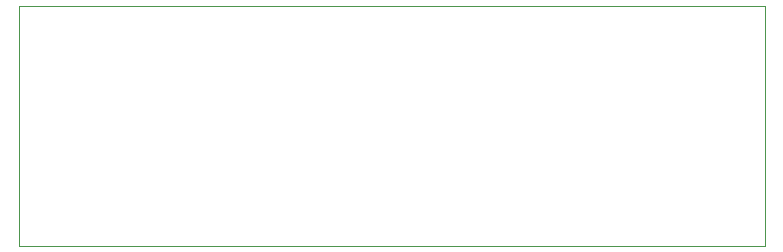
<source format=gbo>
G75*
G70*
%OFA0B0*%
%FSLAX24Y24*%
%IPPOS*%
%LPD*%
%AMOC8*
5,1,8,0,0,1.08239X$1,22.5*
%
%ADD10C,0.0000*%
D10*
X000150Y002913D02*
X025020Y002913D01*
X025020Y010909D01*
X000150Y010909D01*
X000150Y002913D01*
M02*

</source>
